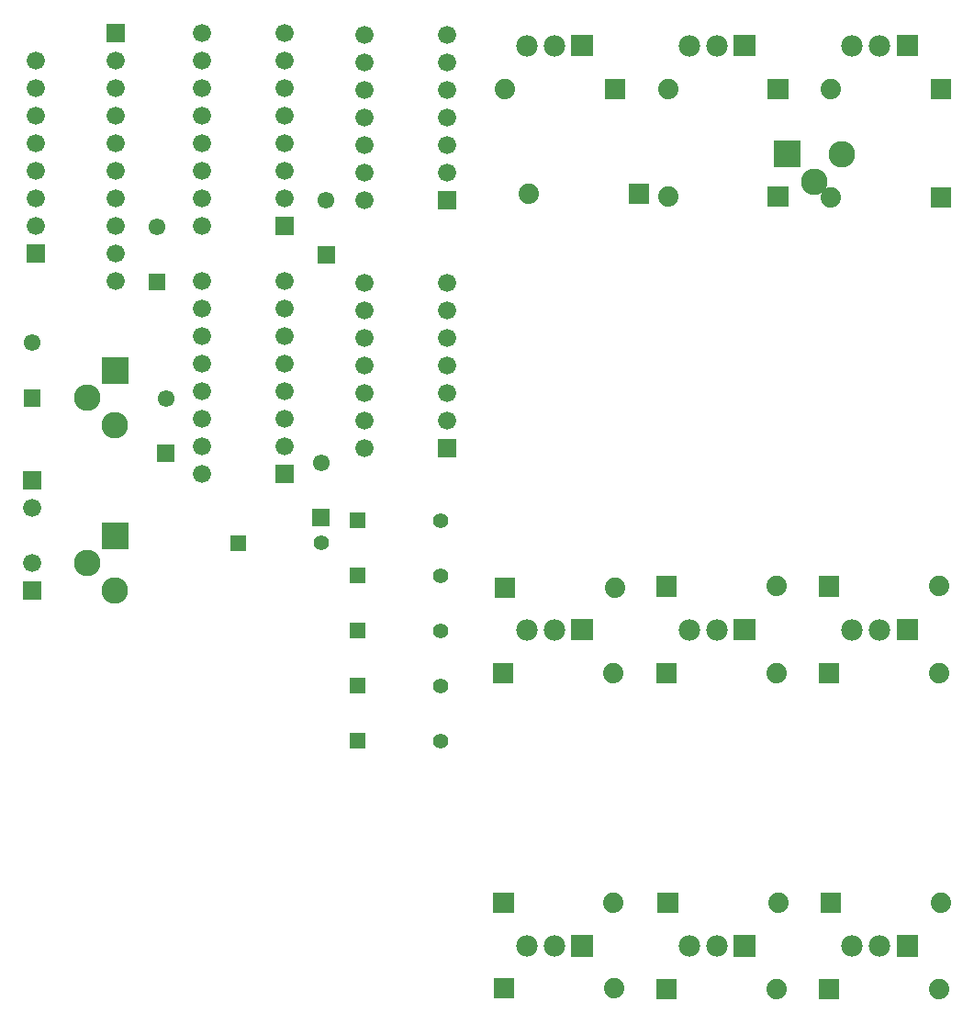
<source format=gbs>
G04 start of page 6 for group -4062 idx -4062 *
G04 Title: (unknown), soldermask *
G04 Creator: pcb 20110918 *
G04 CreationDate: Sat 30 Nov 2013 01:26:29 GMT UTC *
G04 For: ksarkies *
G04 Format: Gerber/RS-274X *
G04 PCB-Dimensions: 393701 393701 *
G04 PCB-Coordinate-Origin: lower left *
%MOIN*%
%FSLAX25Y25*%
%LNBOTTOMMASK*%
%ADD100C,0.0740*%
%ADD99C,0.0780*%
%ADD98C,0.0560*%
%ADD97C,0.0960*%
%ADD96C,0.0610*%
%ADD95C,0.0001*%
%ADD94C,0.0660*%
G54D94*X60648Y344963D03*
Y334963D03*
Y324963D03*
Y314963D03*
G54D95*G36*
X57348Y378263D02*Y371663D01*
X63948D01*
Y378263D01*
X57348D01*
G37*
G54D94*X60648Y364963D03*
Y354963D03*
Y304963D03*
Y294963D03*
G54D95*G36*
X72541Y287775D02*Y281675D01*
X78641D01*
Y287775D01*
X72541D01*
G37*
G54D96*X75591Y304725D03*
G54D94*X60648Y284963D03*
G54D95*G36*
X55455Y257405D02*Y247805D01*
X65055D01*
Y257405D01*
X55455D01*
G37*
G54D97*X50255Y242605D03*
X60255Y232605D03*
G54D95*G36*
X26955Y215905D02*Y209305D01*
X33555D01*
Y215905D01*
X26955D01*
G37*
G54D94*X30255Y202605D03*
G54D95*G36*
X26955Y175905D02*Y169305D01*
X33555D01*
Y175905D01*
X26955D01*
G37*
G54D94*X30255Y182605D03*
G54D95*G36*
X27205Y245655D02*Y239555D01*
X33305D01*
Y245655D01*
X27205D01*
G37*
G54D96*X30255Y262605D03*
G54D95*G36*
X55455Y197405D02*Y187805D01*
X65055D01*
Y197405D01*
X55455D01*
G37*
G54D97*X50255Y182605D03*
X60255Y172605D03*
G54D95*G36*
X28134Y298263D02*Y291663D01*
X34734D01*
Y298263D01*
X28134D01*
G37*
G54D94*X31434Y304963D03*
Y314963D03*
Y324963D03*
Y334963D03*
Y344963D03*
Y354963D03*
Y364963D03*
G54D95*G36*
X102258Y192728D02*Y187128D01*
X107858D01*
Y192728D01*
X102258D01*
G37*
G54D98*X135058Y189928D03*
G54D95*G36*
X118451Y218267D02*Y211667D01*
X125051D01*
Y218267D01*
X118451D01*
G37*
G36*
X75690Y225570D02*Y219470D01*
X81790D01*
Y225570D01*
X75690D01*
G37*
G54D96*X78740Y242520D03*
G54D95*G36*
X131989Y202263D02*Y196163D01*
X138089D01*
Y202263D01*
X131989D01*
G37*
G54D96*X135039Y219213D03*
G54D94*X91751Y374967D03*
Y364967D03*
Y354967D03*
Y344967D03*
Y334967D03*
Y324967D03*
Y314967D03*
Y304967D03*
Y284967D03*
Y274967D03*
Y264967D03*
Y254967D03*
Y244967D03*
Y234967D03*
Y224967D03*
Y214967D03*
G54D95*G36*
X225961Y47607D02*Y39807D01*
X233761D01*
Y47607D01*
X225961D01*
G37*
G54D99*X219861Y43707D03*
X209861D03*
G54D95*G36*
X197893Y32053D02*Y24653D01*
X205293D01*
Y32053D01*
X197893D01*
G37*
G54D100*X241593Y28353D03*
G54D95*G36*
X197658Y63155D02*Y55755D01*
X205058D01*
Y63155D01*
X197658D01*
G37*
G36*
X198052Y177487D02*Y170087D01*
X205452D01*
Y177487D01*
X198052D01*
G37*
G36*
X145565Y180917D02*Y175317D01*
X151165D01*
Y180917D01*
X145565D01*
G37*
G54D98*X178365Y178117D03*
G54D95*G36*
X145565Y200917D02*Y195317D01*
X151165D01*
Y200917D01*
X145565D01*
G37*
G54D98*X178365Y198117D03*
G54D100*X241752Y173787D03*
X241160Y142622D03*
G54D95*G36*
X197460Y146322D02*Y138922D01*
X204860D01*
Y146322D01*
X197460D01*
G37*
G54D98*X178365Y118117D03*
Y138117D03*
Y158117D03*
G54D95*G36*
X145565Y120917D02*Y115317D01*
X151165D01*
Y120917D01*
X145565D01*
G37*
G36*
Y140917D02*Y135317D01*
X151165D01*
Y140917D01*
X145565D01*
G37*
G36*
Y160917D02*Y155317D01*
X151165D01*
Y160917D01*
X145565D01*
G37*
G36*
X225961Y162410D02*Y154610D01*
X233761D01*
Y162410D01*
X225961D01*
G37*
G54D99*X219861Y158510D03*
X209861D03*
G54D100*X241358Y59455D03*
G54D95*G36*
X316398Y63155D02*Y55755D01*
X323798D01*
Y63155D01*
X316398D01*
G37*
G54D100*X360098Y59455D03*
G54D95*G36*
X257343Y63155D02*Y55755D01*
X264743D01*
Y63155D01*
X257343D01*
G37*
G54D100*X301043Y59455D03*
G54D95*G36*
X256713Y31659D02*Y24259D01*
X264113D01*
Y31659D01*
X256713D01*
G37*
G54D100*X300413Y27959D03*
G54D95*G36*
X315768Y31659D02*Y24259D01*
X323168D01*
Y31659D01*
X315768D01*
G37*
G54D100*X359468Y27959D03*
G54D95*G36*
X285017Y47607D02*Y39807D01*
X292817D01*
Y47607D01*
X285017D01*
G37*
G54D99*X278917Y43707D03*
X268917D03*
G54D95*G36*
X344072Y47607D02*Y39807D01*
X351872D01*
Y47607D01*
X344072D01*
G37*
G54D99*X337972Y43707D03*
X327972D03*
G54D95*G36*
X256713Y177958D02*Y170558D01*
X264113D01*
Y177958D01*
X256713D01*
G37*
G36*
Y146462D02*Y139062D01*
X264113D01*
Y146462D01*
X256713D01*
G37*
G54D100*X300413Y174258D03*
G54D95*G36*
X315768Y177958D02*Y170558D01*
X323168D01*
Y177958D01*
X315768D01*
G37*
G54D100*X359468Y174258D03*
G54D95*G36*
X344072Y162410D02*Y154610D01*
X351872D01*
Y162410D01*
X344072D01*
G37*
G54D99*X337972Y158510D03*
X327972D03*
G54D95*G36*
X315768Y146462D02*Y139062D01*
X323168D01*
Y146462D01*
X315768D01*
G37*
G54D100*X359468Y142762D03*
G54D95*G36*
X285017Y162410D02*Y154610D01*
X292817D01*
Y162410D01*
X285017D01*
G37*
G54D100*X300413Y142762D03*
G54D99*X278917Y158510D03*
X268917D03*
G54D95*G36*
X118451Y308267D02*Y301667D01*
X125051D01*
Y308267D01*
X118451D01*
G37*
G54D94*X121751Y314967D03*
Y324967D03*
Y334967D03*
Y344967D03*
Y354967D03*
Y364967D03*
Y374967D03*
G54D95*G36*
X297343Y319454D02*Y312054D01*
X304743D01*
Y319454D01*
X297343D01*
G37*
G54D100*X261043Y315754D03*
G54D95*G36*
X246889Y320472D02*Y313072D01*
X254289D01*
Y320472D01*
X246889D01*
G37*
G54D100*X210589Y316772D03*
G54D95*G36*
X177506Y317716D02*Y311116D01*
X184106D01*
Y317716D01*
X177506D01*
G37*
G54D94*X180806Y324416D03*
G54D95*G36*
X238287Y358431D02*Y351031D01*
X245687D01*
Y358431D01*
X238287D01*
G37*
G36*
X225961Y374379D02*Y366579D01*
X233761D01*
Y374379D01*
X225961D01*
G37*
G54D99*X219861Y370479D03*
X209861D03*
G54D94*X121751Y224967D03*
Y234967D03*
Y244967D03*
Y254967D03*
Y264967D03*
Y274967D03*
Y284967D03*
G54D95*G36*
X133958Y297617D02*Y291517D01*
X140058D01*
Y297617D01*
X133958D01*
G37*
G54D96*X137008Y314567D03*
G54D95*G36*
X177506Y227716D02*Y221116D01*
X184106D01*
Y227716D01*
X177506D01*
G37*
G54D94*X180806Y234416D03*
Y244416D03*
Y254416D03*
Y264416D03*
Y274416D03*
Y284416D03*
X150806D03*
Y274416D03*
Y264416D03*
Y254416D03*
Y244416D03*
Y234416D03*
Y224416D03*
G54D100*X201987Y354731D03*
G54D94*X180806Y334416D03*
Y344416D03*
Y354416D03*
Y364416D03*
Y374416D03*
X150806D03*
Y364416D03*
Y354416D03*
Y344416D03*
Y334416D03*
Y324416D03*
Y314416D03*
G54D100*X261043Y354731D03*
G54D95*G36*
X285017Y374379D02*Y366579D01*
X292817D01*
Y374379D01*
X285017D01*
G37*
G54D99*X278917Y370479D03*
X268917D03*
G54D95*G36*
X299550Y335909D02*Y326309D01*
X309150D01*
Y335909D01*
X299550D01*
G37*
G54D97*X314350Y321109D03*
G54D100*X320098Y315361D03*
G54D97*X324350Y331109D03*
G54D95*G36*
X297343Y358431D02*Y351031D01*
X304743D01*
Y358431D01*
X297343D01*
G37*
G36*
X356398D02*Y351031D01*
X363798D01*
Y358431D01*
X356398D01*
G37*
G54D100*X320098Y354731D03*
G54D95*G36*
X344072Y374379D02*Y366579D01*
X351872D01*
Y374379D01*
X344072D01*
G37*
G54D99*X337972Y370479D03*
X327972D03*
G54D95*G36*
X356398Y319061D02*Y311661D01*
X363798D01*
Y319061D01*
X356398D01*
G37*
M02*

</source>
